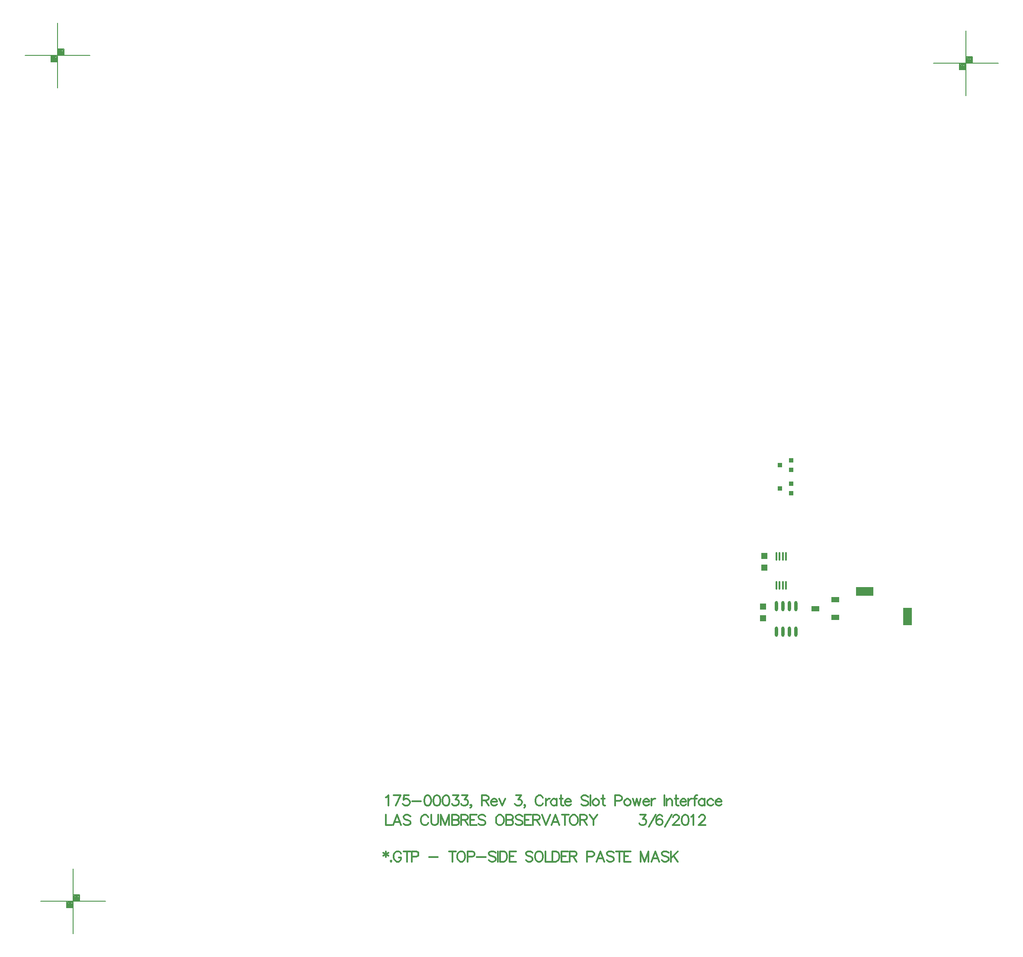
<source format=gtp>
%FSLAX23Y23*%
%MOIN*%
G70*
G01*
G75*
G04 Layer_Color=8421504*
%ADD10R,0.036X0.036*%
%ADD11R,0.050X0.050*%
%ADD12R,0.070X0.135*%
%ADD13R,0.059X0.039*%
%ADD14O,0.014X0.067*%
%ADD15R,0.135X0.070*%
%ADD16O,0.024X0.079*%
%ADD17C,0.010*%
%ADD18C,0.020*%
%ADD19C,0.050*%
%ADD20C,0.040*%
%ADD21C,0.012*%
%ADD22R,1.537X0.079*%
%ADD23R,0.221X0.226*%
%ADD24R,0.221X0.236*%
%ADD25C,0.008*%
%ADD26C,0.012*%
%ADD27C,0.012*%
%ADD28C,0.220*%
%ADD29C,0.120*%
%ADD30C,0.060*%
%ADD31R,0.120X0.120*%
%ADD32C,0.055*%
%ADD33C,0.080*%
%ADD34C,0.065*%
%ADD35C,0.059*%
%ADD36C,0.079*%
%ADD37C,0.157*%
%ADD38C,0.020*%
%ADD39C,0.030*%
%ADD40C,0.050*%
%ADD41C,0.024*%
%ADD42C,0.032*%
%ADD43C,0.206*%
%ADD44C,0.110*%
%ADD45C,0.076*%
%ADD46C,0.073*%
%ADD47C,0.092*%
%ADD48C,0.190*%
%ADD49C,0.087*%
%ADD50C,0.055*%
%ADD51C,0.068*%
%ADD52R,0.268X0.272*%
%ADD53R,0.037X0.075*%
%ADD54C,0.007*%
%ADD55R,0.221X0.246*%
%ADD56R,0.221X0.217*%
%ADD57C,0.010*%
%ADD58C,0.010*%
%ADD59C,0.024*%
%ADD60C,0.005*%
%ADD61C,0.039*%
%ADD62C,0.006*%
%ADD63C,0.007*%
%ADD64C,0.008*%
%ADD65R,0.239X0.139*%
D10*
X25153Y17022D02*
D03*
X25067Y17059D02*
D03*
X25153Y17096D02*
D03*
Y16842D02*
D03*
X25067Y16879D02*
D03*
X25153Y16916D02*
D03*
D11*
X24946Y16358D02*
D03*
Y16268D02*
D03*
X24936Y15968D02*
D03*
Y15878D02*
D03*
D12*
X26051Y15893D02*
D03*
D13*
X25493Y15884D02*
D03*
X25339Y15953D02*
D03*
X25493Y16022D02*
D03*
D14*
X25038Y16131D02*
D03*
X25063D02*
D03*
X25089D02*
D03*
X25114D02*
D03*
X25038Y16356D02*
D03*
X25063D02*
D03*
X25089D02*
D03*
X25114D02*
D03*
D15*
X25721Y16085D02*
D03*
D16*
X25041Y15775D02*
D03*
X25091D02*
D03*
X25141D02*
D03*
X25191D02*
D03*
X25041Y15972D02*
D03*
X25091D02*
D03*
X25141D02*
D03*
X25191D02*
D03*
D25*
X19518Y20239D02*
X19528D01*
Y20234D02*
Y20244D01*
X19518Y20234D02*
X19528D01*
X19518D02*
Y20244D01*
X19528D01*
X19533Y20229D02*
Y20244D01*
X19513Y20229D02*
X19533D01*
X19513D02*
Y20249D01*
X19533D01*
X19538Y20224D02*
Y20249D01*
X19508Y20224D02*
X19538D01*
X19508D02*
Y20254D01*
X19538D01*
X19543Y20219D02*
Y20259D01*
X19503Y20219D02*
X19543D01*
X19503D02*
Y20259D01*
X19543D01*
X19468Y20189D02*
X19478D01*
Y20184D02*
Y20194D01*
X19468Y20184D02*
X19478D01*
X19468D02*
Y20194D01*
X19478D01*
X19483Y20179D02*
Y20194D01*
X19463Y20179D02*
X19483D01*
X19463D02*
Y20199D01*
X19483D01*
X19488Y20174D02*
Y20199D01*
X19458Y20174D02*
X19488D01*
X19458D02*
Y20204D01*
X19488D01*
X19493Y20169D02*
Y20209D01*
X19453Y20169D02*
X19493D01*
X19453D02*
Y20209D01*
X19493D01*
X19448Y20164D02*
X19498D01*
X19448D02*
Y20214D01*
X19498Y20264D02*
X19548D01*
Y20214D02*
Y20264D01*
X19498Y19964D02*
Y20464D01*
X19248Y20214D02*
X19748D01*
X19641Y13723D02*
X19651D01*
Y13718D02*
Y13728D01*
X19641Y13718D02*
X19651D01*
X19641D02*
Y13728D01*
X19651D01*
X19656Y13713D02*
Y13728D01*
X19636Y13713D02*
X19656D01*
X19636D02*
Y13733D01*
X19656D01*
X19661Y13708D02*
Y13733D01*
X19631Y13708D02*
X19661D01*
X19631D02*
Y13738D01*
X19661D01*
X19666Y13703D02*
Y13743D01*
X19626Y13703D02*
X19666D01*
X19626D02*
Y13743D01*
X19666D01*
X19591Y13673D02*
X19601D01*
Y13668D02*
Y13678D01*
X19591Y13668D02*
X19601D01*
X19591D02*
Y13678D01*
X19601D01*
X19606Y13663D02*
Y13678D01*
X19586Y13663D02*
X19606D01*
X19586D02*
Y13683D01*
X19606D01*
X19611Y13658D02*
Y13683D01*
X19581Y13658D02*
X19611D01*
X19581D02*
Y13688D01*
X19611D01*
X19616Y13653D02*
Y13693D01*
X19576Y13653D02*
X19616D01*
X19576D02*
Y13693D01*
X19616D01*
X19571Y13648D02*
X19621D01*
X19571D02*
Y13698D01*
X19621Y13748D02*
X19671D01*
Y13698D02*
Y13748D01*
X19621Y13448D02*
Y13948D01*
X19371Y13698D02*
X19871D01*
X26519Y20181D02*
X26529D01*
Y20176D02*
Y20186D01*
X26519Y20176D02*
X26529D01*
X26519D02*
Y20186D01*
X26529D01*
X26534Y20171D02*
Y20186D01*
X26514Y20171D02*
X26534D01*
X26514D02*
Y20191D01*
X26534D01*
X26539Y20166D02*
Y20191D01*
X26509Y20166D02*
X26539D01*
X26509D02*
Y20196D01*
X26539D01*
X26544Y20161D02*
Y20201D01*
X26504Y20161D02*
X26544D01*
X26504D02*
Y20201D01*
X26544D01*
X26469Y20131D02*
X26479D01*
Y20126D02*
Y20136D01*
X26469Y20126D02*
X26479D01*
X26469D02*
Y20136D01*
X26479D01*
X26484Y20121D02*
Y20136D01*
X26464Y20121D02*
X26484D01*
X26464D02*
Y20141D01*
X26484D01*
X26489Y20116D02*
Y20141D01*
X26459Y20116D02*
X26489D01*
X26459D02*
Y20146D01*
X26489D01*
X26494Y20111D02*
Y20151D01*
X26454Y20111D02*
X26494D01*
X26454D02*
Y20151D01*
X26494D01*
X26449Y20106D02*
X26499D01*
X26449D02*
Y20156D01*
X26499Y20206D02*
X26549D01*
Y20156D02*
Y20206D01*
X26499Y19906D02*
Y20406D01*
X26249Y20156D02*
X26749D01*
D26*
X22031Y14364D02*
Y14284D01*
X22077D01*
X22147D02*
X22116Y14364D01*
X22086Y14284D01*
X22097Y14310D02*
X22135D01*
X22219Y14352D02*
X22211Y14360D01*
X22200Y14364D01*
X22184D01*
X22173Y14360D01*
X22165Y14352D01*
Y14345D01*
X22169Y14337D01*
X22173Y14333D01*
X22181Y14329D01*
X22204Y14322D01*
X22211Y14318D01*
X22215Y14314D01*
X22219Y14307D01*
Y14295D01*
X22211Y14287D01*
X22200Y14284D01*
X22184D01*
X22173Y14287D01*
X22165Y14295D01*
X22357Y14345D02*
X22353Y14352D01*
X22345Y14360D01*
X22338Y14364D01*
X22322D01*
X22315Y14360D01*
X22307Y14352D01*
X22303Y14345D01*
X22299Y14333D01*
Y14314D01*
X22303Y14303D01*
X22307Y14295D01*
X22315Y14287D01*
X22322Y14284D01*
X22338D01*
X22345Y14287D01*
X22353Y14295D01*
X22357Y14303D01*
X22379Y14364D02*
Y14307D01*
X22383Y14295D01*
X22391Y14287D01*
X22402Y14284D01*
X22410D01*
X22421Y14287D01*
X22429Y14295D01*
X22432Y14307D01*
Y14364D01*
X22454D02*
Y14284D01*
Y14364D02*
X22485Y14284D01*
X22515Y14364D02*
X22485Y14284D01*
X22515Y14364D02*
Y14284D01*
X22538Y14364D02*
Y14284D01*
Y14364D02*
X22573D01*
X22584Y14360D01*
X22588Y14356D01*
X22592Y14348D01*
Y14341D01*
X22588Y14333D01*
X22584Y14329D01*
X22573Y14326D01*
X22538D02*
X22573D01*
X22584Y14322D01*
X22588Y14318D01*
X22592Y14310D01*
Y14299D01*
X22588Y14291D01*
X22584Y14287D01*
X22573Y14284D01*
X22538D01*
X22610Y14364D02*
Y14284D01*
Y14364D02*
X22644D01*
X22655Y14360D01*
X22659Y14356D01*
X22663Y14348D01*
Y14341D01*
X22659Y14333D01*
X22655Y14329D01*
X22644Y14326D01*
X22610D01*
X22636D02*
X22663Y14284D01*
X22730Y14364D02*
X22681D01*
Y14284D01*
X22730D01*
X22681Y14326D02*
X22711D01*
X22797Y14352D02*
X22789Y14360D01*
X22778Y14364D01*
X22763D01*
X22751Y14360D01*
X22744Y14352D01*
Y14345D01*
X22747Y14337D01*
X22751Y14333D01*
X22759Y14329D01*
X22782Y14322D01*
X22789Y14318D01*
X22793Y14314D01*
X22797Y14307D01*
Y14295D01*
X22789Y14287D01*
X22778Y14284D01*
X22763D01*
X22751Y14287D01*
X22744Y14295D01*
X22900Y14364D02*
X22893Y14360D01*
X22885Y14352D01*
X22881Y14345D01*
X22878Y14333D01*
Y14314D01*
X22881Y14303D01*
X22885Y14295D01*
X22893Y14287D01*
X22900Y14284D01*
X22916D01*
X22923Y14287D01*
X22931Y14295D01*
X22935Y14303D01*
X22939Y14314D01*
Y14333D01*
X22935Y14345D01*
X22931Y14352D01*
X22923Y14360D01*
X22916Y14364D01*
X22900D01*
X22957D02*
Y14284D01*
Y14364D02*
X22992D01*
X23003Y14360D01*
X23007Y14356D01*
X23011Y14348D01*
Y14341D01*
X23007Y14333D01*
X23003Y14329D01*
X22992Y14326D01*
X22957D02*
X22992D01*
X23003Y14322D01*
X23007Y14318D01*
X23011Y14310D01*
Y14299D01*
X23007Y14291D01*
X23003Y14287D01*
X22992Y14284D01*
X22957D01*
X23082Y14352D02*
X23074Y14360D01*
X23063Y14364D01*
X23048D01*
X23036Y14360D01*
X23028Y14352D01*
Y14345D01*
X23032Y14337D01*
X23036Y14333D01*
X23044Y14329D01*
X23067Y14322D01*
X23074Y14318D01*
X23078Y14314D01*
X23082Y14307D01*
Y14295D01*
X23074Y14287D01*
X23063Y14284D01*
X23048D01*
X23036Y14287D01*
X23028Y14295D01*
X23149Y14364D02*
X23100D01*
Y14284D01*
X23149D01*
X23100Y14326D02*
X23130D01*
X23163Y14364D02*
Y14284D01*
Y14364D02*
X23197D01*
X23208Y14360D01*
X23212Y14356D01*
X23216Y14348D01*
Y14341D01*
X23212Y14333D01*
X23208Y14329D01*
X23197Y14326D01*
X23163D01*
X23189D02*
X23216Y14284D01*
X23234Y14364D02*
X23264Y14284D01*
X23295Y14364D02*
X23264Y14284D01*
X23366D02*
X23335Y14364D01*
X23305Y14284D01*
X23316Y14310D02*
X23354D01*
X23411Y14364D02*
Y14284D01*
X23385Y14364D02*
X23438D01*
X23470D02*
X23463Y14360D01*
X23455Y14352D01*
X23451Y14345D01*
X23447Y14333D01*
Y14314D01*
X23451Y14303D01*
X23455Y14295D01*
X23463Y14287D01*
X23470Y14284D01*
X23486D01*
X23493Y14287D01*
X23501Y14295D01*
X23505Y14303D01*
X23508Y14314D01*
Y14333D01*
X23505Y14345D01*
X23501Y14352D01*
X23493Y14360D01*
X23486Y14364D01*
X23470D01*
X23527D02*
Y14284D01*
Y14364D02*
X23561D01*
X23573Y14360D01*
X23577Y14356D01*
X23580Y14348D01*
Y14341D01*
X23577Y14333D01*
X23573Y14329D01*
X23561Y14326D01*
X23527D01*
X23554D02*
X23580Y14284D01*
X23598Y14364D02*
X23629Y14326D01*
Y14284D01*
X23659Y14364D02*
X23629Y14326D01*
X23991Y14364D02*
X24033D01*
X24010Y14333D01*
X24022D01*
X24029Y14329D01*
X24033Y14326D01*
X24037Y14314D01*
Y14307D01*
X24033Y14295D01*
X24026Y14287D01*
X24014Y14284D01*
X24003D01*
X23991Y14287D01*
X23987Y14291D01*
X23984Y14299D01*
X24055Y14272D02*
X24108Y14364D01*
X24159Y14352D02*
X24155Y14360D01*
X24144Y14364D01*
X24136D01*
X24125Y14360D01*
X24117Y14348D01*
X24114Y14329D01*
Y14310D01*
X24117Y14295D01*
X24125Y14287D01*
X24136Y14284D01*
X24140D01*
X24152Y14287D01*
X24159Y14295D01*
X24163Y14307D01*
Y14310D01*
X24159Y14322D01*
X24152Y14329D01*
X24140Y14333D01*
X24136D01*
X24125Y14329D01*
X24117Y14322D01*
X24114Y14310D01*
X24181Y14272D02*
X24234Y14364D01*
X24243Y14345D02*
Y14348D01*
X24247Y14356D01*
X24251Y14360D01*
X24258Y14364D01*
X24274D01*
X24281Y14360D01*
X24285Y14356D01*
X24289Y14348D01*
Y14341D01*
X24285Y14333D01*
X24277Y14322D01*
X24239Y14284D01*
X24293D01*
X24333Y14364D02*
X24322Y14360D01*
X24314Y14348D01*
X24310Y14329D01*
Y14318D01*
X24314Y14299D01*
X24322Y14287D01*
X24333Y14284D01*
X24341D01*
X24352Y14287D01*
X24360Y14299D01*
X24364Y14318D01*
Y14329D01*
X24360Y14348D01*
X24352Y14360D01*
X24341Y14364D01*
X24333D01*
X24382Y14348D02*
X24389Y14352D01*
X24401Y14364D01*
Y14284D01*
X24444Y14345D02*
Y14348D01*
X24448Y14356D01*
X24452Y14360D01*
X24459Y14364D01*
X24475D01*
X24482Y14360D01*
X24486Y14356D01*
X24490Y14348D01*
Y14341D01*
X24486Y14333D01*
X24478Y14322D01*
X24440Y14284D01*
X24494D01*
D27*
X22029Y14083D02*
Y14037D01*
X22010Y14072D02*
X22048Y14049D01*
Y14072D02*
X22010Y14049D01*
X22069Y14011D02*
X22065Y14007D01*
X22069Y14003D01*
X22072Y14007D01*
X22069Y14011D01*
X22147Y14064D02*
X22143Y14072D01*
X22136Y14079D01*
X22128Y14083D01*
X22113D01*
X22105Y14079D01*
X22098Y14072D01*
X22094Y14064D01*
X22090Y14053D01*
Y14034D01*
X22094Y14022D01*
X22098Y14015D01*
X22105Y14007D01*
X22113Y14003D01*
X22128D01*
X22136Y14007D01*
X22143Y14015D01*
X22147Y14022D01*
Y14034D01*
X22128D02*
X22147D01*
X22192Y14083D02*
Y14003D01*
X22165Y14083D02*
X22219D01*
X22228Y14041D02*
X22262D01*
X22274Y14045D01*
X22278Y14049D01*
X22281Y14056D01*
Y14068D01*
X22278Y14075D01*
X22274Y14079D01*
X22262Y14083D01*
X22228D01*
Y14003D01*
X22362Y14037D02*
X22431D01*
X22544Y14083D02*
Y14003D01*
X22517Y14083D02*
X22571D01*
X22603D02*
X22595Y14079D01*
X22588Y14072D01*
X22584Y14064D01*
X22580Y14053D01*
Y14034D01*
X22584Y14022D01*
X22588Y14015D01*
X22595Y14007D01*
X22603Y14003D01*
X22618D01*
X22626Y14007D01*
X22633Y14015D01*
X22637Y14022D01*
X22641Y14034D01*
Y14053D01*
X22637Y14064D01*
X22633Y14072D01*
X22626Y14079D01*
X22618Y14083D01*
X22603D01*
X22660Y14041D02*
X22694D01*
X22705Y14045D01*
X22709Y14049D01*
X22713Y14056D01*
Y14068D01*
X22709Y14075D01*
X22705Y14079D01*
X22694Y14083D01*
X22660D01*
Y14003D01*
X22731Y14037D02*
X22799D01*
X22876Y14072D02*
X22869Y14079D01*
X22857Y14083D01*
X22842D01*
X22831Y14079D01*
X22823Y14072D01*
Y14064D01*
X22827Y14056D01*
X22831Y14053D01*
X22838Y14049D01*
X22861Y14041D01*
X22869Y14037D01*
X22873Y14034D01*
X22876Y14026D01*
Y14015D01*
X22869Y14007D01*
X22857Y14003D01*
X22842D01*
X22831Y14007D01*
X22823Y14015D01*
X22894Y14083D02*
Y14003D01*
X22911Y14083D02*
Y14003D01*
Y14083D02*
X22938D01*
X22949Y14079D01*
X22957Y14072D01*
X22961Y14064D01*
X22964Y14053D01*
Y14034D01*
X22961Y14022D01*
X22957Y14015D01*
X22949Y14007D01*
X22938Y14003D01*
X22911D01*
X23032Y14083D02*
X22982D01*
Y14003D01*
X23032D01*
X22982Y14045D02*
X23013D01*
X23161Y14072D02*
X23154Y14079D01*
X23142Y14083D01*
X23127D01*
X23116Y14079D01*
X23108Y14072D01*
Y14064D01*
X23112Y14056D01*
X23116Y14053D01*
X23123Y14049D01*
X23146Y14041D01*
X23154Y14037D01*
X23157Y14034D01*
X23161Y14026D01*
Y14015D01*
X23154Y14007D01*
X23142Y14003D01*
X23127D01*
X23116Y14007D01*
X23108Y14015D01*
X23202Y14083D02*
X23194Y14079D01*
X23187Y14072D01*
X23183Y14064D01*
X23179Y14053D01*
Y14034D01*
X23183Y14022D01*
X23187Y14015D01*
X23194Y14007D01*
X23202Y14003D01*
X23217D01*
X23225Y14007D01*
X23233Y14015D01*
X23236Y14022D01*
X23240Y14034D01*
Y14053D01*
X23236Y14064D01*
X23233Y14072D01*
X23225Y14079D01*
X23217Y14083D01*
X23202D01*
X23259D02*
Y14003D01*
X23305D01*
X23313Y14083D02*
Y14003D01*
Y14083D02*
X23340D01*
X23351Y14079D01*
X23359Y14072D01*
X23363Y14064D01*
X23367Y14053D01*
Y14034D01*
X23363Y14022D01*
X23359Y14015D01*
X23351Y14007D01*
X23340Y14003D01*
X23313D01*
X23434Y14083D02*
X23384D01*
Y14003D01*
X23434D01*
X23384Y14045D02*
X23415D01*
X23447Y14083D02*
Y14003D01*
Y14083D02*
X23482D01*
X23493Y14079D01*
X23497Y14075D01*
X23501Y14068D01*
Y14060D01*
X23497Y14053D01*
X23493Y14049D01*
X23482Y14045D01*
X23447D01*
X23474D02*
X23501Y14003D01*
X23581Y14041D02*
X23616D01*
X23627Y14045D01*
X23631Y14049D01*
X23635Y14056D01*
Y14068D01*
X23631Y14075D01*
X23627Y14079D01*
X23616Y14083D01*
X23581D01*
Y14003D01*
X23714D02*
X23683Y14083D01*
X23653Y14003D01*
X23664Y14030D02*
X23702D01*
X23786Y14072D02*
X23778Y14079D01*
X23767Y14083D01*
X23751D01*
X23740Y14079D01*
X23732Y14072D01*
Y14064D01*
X23736Y14056D01*
X23740Y14053D01*
X23747Y14049D01*
X23770Y14041D01*
X23778Y14037D01*
X23782Y14034D01*
X23786Y14026D01*
Y14015D01*
X23778Y14007D01*
X23767Y14003D01*
X23751D01*
X23740Y14007D01*
X23732Y14015D01*
X23830Y14083D02*
Y14003D01*
X23803Y14083D02*
X23857D01*
X23916D02*
X23866D01*
Y14003D01*
X23916D01*
X23866Y14045D02*
X23897D01*
X23992Y14083D02*
Y14003D01*
Y14083D02*
X24022Y14003D01*
X24053Y14083D02*
X24022Y14003D01*
X24053Y14083D02*
Y14003D01*
X24137D02*
X24106Y14083D01*
X24076Y14003D01*
X24087Y14030D02*
X24125D01*
X24209Y14072D02*
X24201Y14079D01*
X24190Y14083D01*
X24174D01*
X24163Y14079D01*
X24155Y14072D01*
Y14064D01*
X24159Y14056D01*
X24163Y14053D01*
X24171Y14049D01*
X24193Y14041D01*
X24201Y14037D01*
X24205Y14034D01*
X24209Y14026D01*
Y14015D01*
X24201Y14007D01*
X24190Y14003D01*
X24174D01*
X24163Y14007D01*
X24155Y14015D01*
X24227Y14083D02*
Y14003D01*
X24280Y14083D02*
X24227Y14030D01*
X24246Y14049D02*
X24280Y14003D01*
X22031Y14498D02*
X22039Y14502D01*
X22050Y14514D01*
Y14434D01*
X22143Y14514D02*
X22105Y14434D01*
X22090Y14514D02*
X22143D01*
X22207D02*
X22169D01*
X22165Y14479D01*
X22169Y14483D01*
X22180Y14487D01*
X22192D01*
X22203Y14483D01*
X22211Y14476D01*
X22215Y14464D01*
Y14457D01*
X22211Y14445D01*
X22203Y14438D01*
X22192Y14434D01*
X22180D01*
X22169Y14438D01*
X22165Y14441D01*
X22161Y14449D01*
X22232Y14468D02*
X22301D01*
X22347Y14514D02*
X22336Y14510D01*
X22328Y14498D01*
X22325Y14479D01*
Y14468D01*
X22328Y14449D01*
X22336Y14438D01*
X22347Y14434D01*
X22355D01*
X22367Y14438D01*
X22374Y14449D01*
X22378Y14468D01*
Y14479D01*
X22374Y14498D01*
X22367Y14510D01*
X22355Y14514D01*
X22347D01*
X22419D02*
X22407Y14510D01*
X22400Y14498D01*
X22396Y14479D01*
Y14468D01*
X22400Y14449D01*
X22407Y14438D01*
X22419Y14434D01*
X22426D01*
X22438Y14438D01*
X22445Y14449D01*
X22449Y14468D01*
Y14479D01*
X22445Y14498D01*
X22438Y14510D01*
X22426Y14514D01*
X22419D01*
X22490D02*
X22478Y14510D01*
X22471Y14498D01*
X22467Y14479D01*
Y14468D01*
X22471Y14449D01*
X22478Y14438D01*
X22490Y14434D01*
X22498D01*
X22509Y14438D01*
X22517Y14449D01*
X22520Y14468D01*
Y14479D01*
X22517Y14498D01*
X22509Y14510D01*
X22498Y14514D01*
X22490D01*
X22546D02*
X22588D01*
X22565Y14483D01*
X22576D01*
X22584Y14479D01*
X22588Y14476D01*
X22592Y14464D01*
Y14457D01*
X22588Y14445D01*
X22580Y14438D01*
X22569Y14434D01*
X22557D01*
X22546Y14438D01*
X22542Y14441D01*
X22538Y14449D01*
X22617Y14514D02*
X22659D01*
X22636Y14483D01*
X22648D01*
X22655Y14479D01*
X22659Y14476D01*
X22663Y14464D01*
Y14457D01*
X22659Y14445D01*
X22651Y14438D01*
X22640Y14434D01*
X22629D01*
X22617Y14438D01*
X22613Y14441D01*
X22610Y14449D01*
X22688Y14438D02*
X22685Y14434D01*
X22681Y14438D01*
X22685Y14441D01*
X22688Y14438D01*
Y14430D01*
X22685Y14422D01*
X22681Y14418D01*
X22769Y14514D02*
Y14434D01*
Y14514D02*
X22803D01*
X22814Y14510D01*
X22818Y14506D01*
X22822Y14498D01*
Y14491D01*
X22818Y14483D01*
X22814Y14479D01*
X22803Y14476D01*
X22769D01*
X22795D02*
X22822Y14434D01*
X22840Y14464D02*
X22886D01*
Y14472D01*
X22882Y14479D01*
X22878Y14483D01*
X22870Y14487D01*
X22859D01*
X22851Y14483D01*
X22844Y14476D01*
X22840Y14464D01*
Y14457D01*
X22844Y14445D01*
X22851Y14438D01*
X22859Y14434D01*
X22870D01*
X22878Y14438D01*
X22886Y14445D01*
X22903Y14487D02*
X22926Y14434D01*
X22948Y14487D02*
X22926Y14434D01*
X23032Y14514D02*
X23074D01*
X23051Y14483D01*
X23062D01*
X23070Y14479D01*
X23074Y14476D01*
X23078Y14464D01*
Y14457D01*
X23074Y14445D01*
X23066Y14438D01*
X23055Y14434D01*
X23043D01*
X23032Y14438D01*
X23028Y14441D01*
X23024Y14449D01*
X23103Y14438D02*
X23099Y14434D01*
X23095Y14438D01*
X23099Y14441D01*
X23103Y14438D01*
Y14430D01*
X23099Y14422D01*
X23095Y14418D01*
X23241Y14495D02*
X23237Y14502D01*
X23229Y14510D01*
X23222Y14514D01*
X23206D01*
X23199Y14510D01*
X23191Y14502D01*
X23187Y14495D01*
X23183Y14483D01*
Y14464D01*
X23187Y14453D01*
X23191Y14445D01*
X23199Y14438D01*
X23206Y14434D01*
X23222D01*
X23229Y14438D01*
X23237Y14445D01*
X23241Y14453D01*
X23263Y14487D02*
Y14434D01*
Y14464D02*
X23267Y14476D01*
X23275Y14483D01*
X23282Y14487D01*
X23294D01*
X23346D02*
Y14434D01*
Y14476D02*
X23339Y14483D01*
X23331Y14487D01*
X23320D01*
X23312Y14483D01*
X23305Y14476D01*
X23301Y14464D01*
Y14457D01*
X23305Y14445D01*
X23312Y14438D01*
X23320Y14434D01*
X23331D01*
X23339Y14438D01*
X23346Y14445D01*
X23379Y14514D02*
Y14449D01*
X23383Y14438D01*
X23391Y14434D01*
X23398D01*
X23368Y14487D02*
X23394D01*
X23410Y14464D02*
X23455D01*
Y14472D01*
X23452Y14479D01*
X23448Y14483D01*
X23440Y14487D01*
X23429D01*
X23421Y14483D01*
X23414Y14476D01*
X23410Y14464D01*
Y14457D01*
X23414Y14445D01*
X23421Y14438D01*
X23429Y14434D01*
X23440D01*
X23448Y14438D01*
X23455Y14445D01*
X23589Y14502D02*
X23581Y14510D01*
X23570Y14514D01*
X23554D01*
X23543Y14510D01*
X23535Y14502D01*
Y14495D01*
X23539Y14487D01*
X23543Y14483D01*
X23551Y14479D01*
X23573Y14472D01*
X23581Y14468D01*
X23585Y14464D01*
X23589Y14457D01*
Y14445D01*
X23581Y14438D01*
X23570Y14434D01*
X23554D01*
X23543Y14438D01*
X23535Y14445D01*
X23607Y14514D02*
Y14434D01*
X23642Y14487D02*
X23635Y14483D01*
X23627Y14476D01*
X23623Y14464D01*
Y14457D01*
X23627Y14445D01*
X23635Y14438D01*
X23642Y14434D01*
X23654D01*
X23661Y14438D01*
X23669Y14445D01*
X23673Y14457D01*
Y14464D01*
X23669Y14476D01*
X23661Y14483D01*
X23654Y14487D01*
X23642D01*
X23702Y14514D02*
Y14449D01*
X23706Y14438D01*
X23713Y14434D01*
X23721D01*
X23690Y14487D02*
X23717D01*
X23795Y14472D02*
X23829D01*
X23841Y14476D01*
X23845Y14479D01*
X23848Y14487D01*
Y14498D01*
X23845Y14506D01*
X23841Y14510D01*
X23829Y14514D01*
X23795D01*
Y14434D01*
X23885Y14487D02*
X23878Y14483D01*
X23870Y14476D01*
X23866Y14464D01*
Y14457D01*
X23870Y14445D01*
X23878Y14438D01*
X23885Y14434D01*
X23897D01*
X23904Y14438D01*
X23912Y14445D01*
X23916Y14457D01*
Y14464D01*
X23912Y14476D01*
X23904Y14483D01*
X23897Y14487D01*
X23885D01*
X23933D02*
X23949Y14434D01*
X23964Y14487D02*
X23949Y14434D01*
X23964Y14487D02*
X23979Y14434D01*
X23994Y14487D02*
X23979Y14434D01*
X24013Y14464D02*
X24059D01*
Y14472D01*
X24055Y14479D01*
X24051Y14483D01*
X24043Y14487D01*
X24032D01*
X24024Y14483D01*
X24017Y14476D01*
X24013Y14464D01*
Y14457D01*
X24017Y14445D01*
X24024Y14438D01*
X24032Y14434D01*
X24043D01*
X24051Y14438D01*
X24059Y14445D01*
X24076Y14487D02*
Y14434D01*
Y14464D02*
X24080Y14476D01*
X24087Y14483D01*
X24095Y14487D01*
X24106D01*
X24176Y14514D02*
Y14434D01*
X24193Y14487D02*
Y14434D01*
Y14472D02*
X24205Y14483D01*
X24212Y14487D01*
X24224D01*
X24231Y14483D01*
X24235Y14472D01*
Y14434D01*
X24267Y14514D02*
Y14449D01*
X24271Y14438D01*
X24279Y14434D01*
X24286D01*
X24256Y14487D02*
X24283D01*
X24298Y14464D02*
X24344D01*
Y14472D01*
X24340Y14479D01*
X24336Y14483D01*
X24328Y14487D01*
X24317D01*
X24309Y14483D01*
X24302Y14476D01*
X24298Y14464D01*
Y14457D01*
X24302Y14445D01*
X24309Y14438D01*
X24317Y14434D01*
X24328D01*
X24336Y14438D01*
X24344Y14445D01*
X24361Y14487D02*
Y14434D01*
Y14464D02*
X24365Y14476D01*
X24372Y14483D01*
X24380Y14487D01*
X24391D01*
X24429Y14514D02*
X24421D01*
X24414Y14510D01*
X24410Y14498D01*
Y14434D01*
X24398Y14487D02*
X24425D01*
X24486D02*
Y14434D01*
Y14476D02*
X24478Y14483D01*
X24471Y14487D01*
X24459D01*
X24452Y14483D01*
X24444Y14476D01*
X24440Y14464D01*
Y14457D01*
X24444Y14445D01*
X24452Y14438D01*
X24459Y14434D01*
X24471D01*
X24478Y14438D01*
X24486Y14445D01*
X24553Y14476D02*
X24545Y14483D01*
X24538Y14487D01*
X24526D01*
X24519Y14483D01*
X24511Y14476D01*
X24507Y14464D01*
Y14457D01*
X24511Y14445D01*
X24519Y14438D01*
X24526Y14434D01*
X24538D01*
X24545Y14438D01*
X24553Y14445D01*
X24570Y14464D02*
X24616D01*
Y14472D01*
X24612Y14479D01*
X24608Y14483D01*
X24601Y14487D01*
X24589D01*
X24582Y14483D01*
X24574Y14476D01*
X24570Y14464D01*
Y14457D01*
X24574Y14445D01*
X24582Y14438D01*
X24589Y14434D01*
X24601D01*
X24608Y14438D01*
X24616Y14445D01*
M02*

</source>
